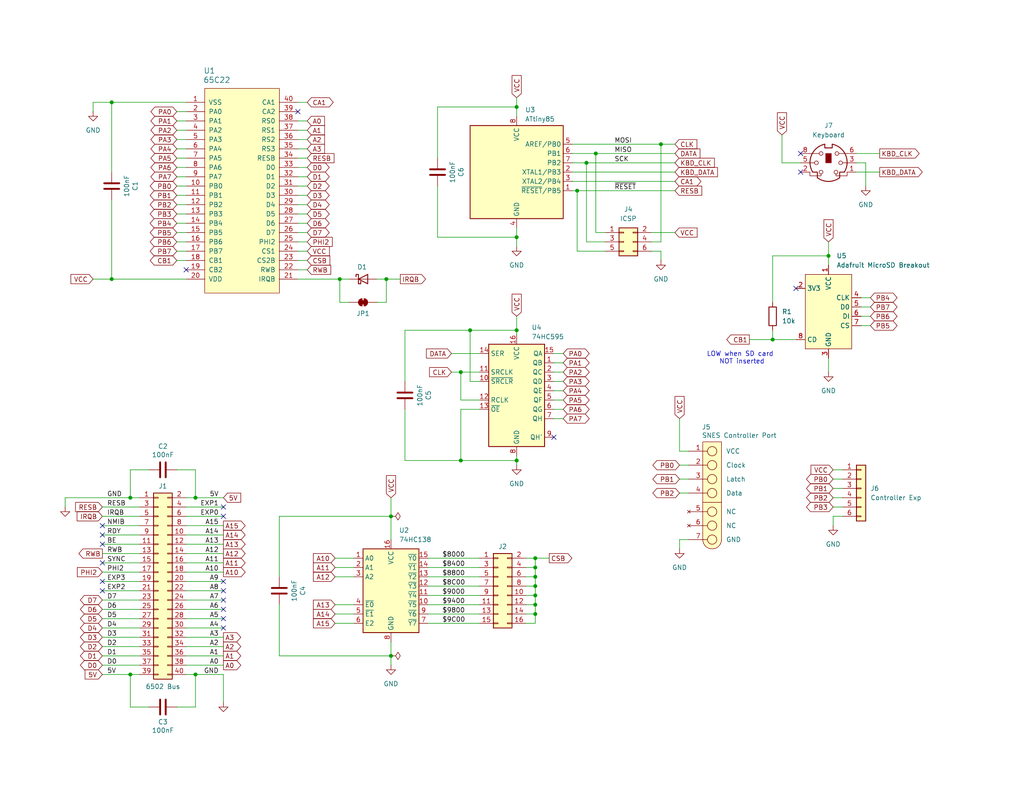
<source format=kicad_sch>
(kicad_sch (version 20231120) (generator "eeschema") (generator_version "8.0")
  (paper "USLetter")
  (title_block (title "6502 Input Board") (date "2024-06-16") (rev "1.0") (company "A.C. Wright Design"))
  (junction (at 146.05 162.56))
  (junction (at 140.97 90.17))
  (junction (at 162.56 41.91))
  (junction (at 53.34 135.89))
  (junction (at 30.48 76.2))
  (junction (at 157.48 52.07))
  (junction (at 106.68 179.07))
  (junction (at 146.05 152.4))
  (junction (at 180.34 39.37))
  (junction (at 146.05 157.48))
  (junction (at 30.48 27.94))
  (junction (at 146.05 167.64))
  (junction (at 146.05 160.02))
  (junction (at 160.02 44.45))
  (junction (at 105.41 76.2))
  (junction (at 140.97 125.73))
  (junction (at 125.73 125.73))
  (junction (at 35.56 135.89))
  (junction (at 140.97 64.77))
  (junction (at 146.05 154.94))
  (junction (at 226.06 69.85))
  (junction (at 125.73 101.6))
  (junction (at 92.71 76.2))
  (junction (at 35.56 184.15))
  (junction (at 210.82 92.71))
  (junction (at 140.97 29.21))
  (junction (at 106.68 140.97))
  (junction (at 53.34 184.15))
  (junction (at 128.27 90.17))
  (junction (at 146.05 165.1))
  (no_connect (at 27.94 146.05))
  (no_connect (at 27.94 143.51))
  (no_connect (at 50.8 73.66))
  (no_connect (at 60.96 158.75))
  (no_connect (at 60.96 171.45))
  (no_connect (at 27.94 161.29))
  (no_connect (at 60.96 138.43))
  (no_connect (at 60.96 166.37))
  (no_connect (at 60.96 140.97))
  (no_connect (at 81.28 30.48))
  (no_connect (at 218.44 46.99))
  (no_connect (at 27.94 153.67))
  (no_connect (at 60.96 163.83))
  (no_connect (at 60.96 161.29))
  (no_connect (at 218.44 41.91))
  (no_connect (at 151.13 119.38))
  (no_connect (at 27.94 158.75))
  (no_connect (at 60.96 168.91))
  (no_connect (at 27.94 148.59))
  (no_connect (at 217.17 78.74))
  (wire (pts (xy 50.8 143.51) (xy 60.96 143.51)))
  (wire (pts (xy 140.97 62.23) (xy 140.97 64.77)))
  (wire (pts (xy 81.28 63.5) (xy 83.82 63.5)))
  (wire (pts (xy 146.05 165.1) (xy 146.05 162.56)))
  (wire (pts (xy 156.21 41.91) (xy 162.56 41.91)))
  (wire (pts (xy 48.26 53.34) (xy 50.8 53.34)))
  (wire (pts (xy 81.28 35.56) (xy 83.82 35.56)))
  (wire (pts (xy 116.84 160.02) (xy 130.81 160.02)))
  (wire (pts (xy 38.1 153.67) (xy 27.94 153.67)))
  (wire (pts (xy 60.96 161.29) (xy 50.8 161.29)))
  (wire (pts (xy 116.84 154.94) (xy 130.81 154.94)))
  (wire (pts (xy 140.97 90.17) (xy 140.97 91.44)))
  (wire (pts (xy 81.28 71.12) (xy 83.82 71.12)))
  (wire (pts (xy 48.26 30.48) (xy 50.8 30.48)))
  (wire (pts (xy 76.2 179.07) (xy 106.68 179.07)))
  (wire (pts (xy 110.49 125.73) (xy 125.73 125.73)))
  (wire (pts (xy 143.51 152.4) (xy 146.05 152.4)))
  (wire (pts (xy 125.73 109.22) (xy 125.73 101.6)))
  (wire (pts (xy 180.34 68.58) (xy 180.34 71.12)))
  (wire (pts (xy 48.26 40.64) (xy 50.8 40.64)))
  (wire (pts (xy 81.28 55.88) (xy 83.82 55.88)))
  (wire (pts (xy 81.28 66.04) (xy 83.82 66.04)))
  (wire (pts (xy 92.71 82.55) (xy 95.25 82.55)))
  (wire (pts (xy 227.33 135.89) (xy 229.87 135.89)))
  (wire (pts (xy 60.96 151.13) (xy 50.8 151.13)))
  (wire (pts (xy 30.48 27.94) (xy 50.8 27.94)))
  (wire (pts (xy 146.05 160.02) (xy 146.05 157.48)))
  (wire (pts (xy 91.44 170.18) (xy 96.52 170.18)))
  (wire (pts (xy 234.95 88.9) (xy 237.49 88.9)))
  (wire (pts (xy 50.8 158.75) (xy 60.96 158.75)))
  (wire (pts (xy 48.26 68.58) (xy 50.8 68.58)))
  (wire (pts (xy 185.42 127) (xy 187.96 127)))
  (wire (pts (xy 146.05 154.94) (xy 143.51 154.94)))
  (wire (pts (xy 38.1 168.91) (xy 27.94 168.91)))
  (wire (pts (xy 38.1 148.59) (xy 27.94 148.59)))
  (wire (pts (xy 226.06 97.79) (xy 226.06 101.6)))
  (wire (pts (xy 38.1 158.75) (xy 27.94 158.75)))
  (wire (pts (xy 204.47 92.71) (xy 210.82 92.71)))
  (wire (pts (xy 156.21 46.99) (xy 184.15 46.99)))
  (wire (pts (xy 76.2 179.07) (xy 76.2 165.1)))
  (wire (pts (xy 160.02 66.04) (xy 165.1 66.04)))
  (wire (pts (xy 81.28 58.42) (xy 83.82 58.42)))
  (wire (pts (xy 50.8 184.15) (xy 53.34 184.15)))
  (wire (pts (xy 123.19 96.52) (xy 130.81 96.52)))
  (wire (pts (xy 81.28 60.96) (xy 83.82 60.96)))
  (wire (pts (xy 38.1 135.89) (xy 35.56 135.89)))
  (wire (pts (xy 128.27 104.14) (xy 128.27 90.17)))
  (wire (pts (xy 27.94 181.61) (xy 38.1 181.61)))
  (wire (pts (xy 48.26 35.56) (xy 50.8 35.56)))
  (wire (pts (xy 17.78 135.89) (xy 35.56 135.89)))
  (wire (pts (xy 110.49 90.17) (xy 128.27 90.17)))
  (wire (pts (xy 25.4 30.48) (xy 25.4 27.94)))
  (wire (pts (xy 27.94 156.21) (xy 38.1 156.21)))
  (wire (pts (xy 105.41 82.55) (xy 105.41 76.2)))
  (wire (pts (xy 119.38 64.77) (xy 140.97 64.77)))
  (wire (pts (xy 157.48 52.07) (xy 184.15 52.07)))
  (wire (pts (xy 17.78 138.43) (xy 17.78 135.89)))
  (wire (pts (xy 234.95 86.36) (xy 237.49 86.36)))
  (wire (pts (xy 140.97 124.46) (xy 140.97 125.73)))
  (wire (pts (xy 35.56 128.27) (xy 35.56 135.89)))
  (wire (pts (xy 146.05 157.48) (xy 146.05 154.94)))
  (wire (pts (xy 226.06 66.04) (xy 226.06 69.85)))
  (wire (pts (xy 50.8 168.91) (xy 60.96 168.91)))
  (wire (pts (xy 213.36 36.83) (xy 213.36 44.45)))
  (wire (pts (xy 151.13 104.14) (xy 153.67 104.14)))
  (wire (pts (xy 27.94 140.97) (xy 38.1 140.97)))
  (wire (pts (xy 116.84 152.4) (xy 130.81 152.4)))
  (wire (pts (xy 177.8 68.58) (xy 180.34 68.58)))
  (wire (pts (xy 50.8 138.43) (xy 60.96 138.43)))
  (wire (pts (xy 140.97 86.36) (xy 140.97 90.17)))
  (wire (pts (xy 35.56 184.15) (xy 35.56 193.04)))
  (wire (pts (xy 128.27 90.17) (xy 140.97 90.17)))
  (wire (pts (xy 234.95 81.28) (xy 237.49 81.28)))
  (wire (pts (xy 53.34 193.04) (xy 48.26 193.04)))
  (wire (pts (xy 119.38 29.21) (xy 140.97 29.21)))
  (wire (pts (xy 30.48 76.2) (xy 50.8 76.2)))
  (wire (pts (xy 81.28 48.26) (xy 83.82 48.26)))
  (wire (pts (xy 116.84 162.56) (xy 130.81 162.56)))
  (wire (pts (xy 38.1 184.15) (xy 35.56 184.15)))
  (wire (pts (xy 143.51 170.18) (xy 146.05 170.18)))
  (wire (pts (xy 146.05 167.64) (xy 143.51 167.64)))
  (wire (pts (xy 140.97 64.77) (xy 140.97 67.31)))
  (wire (pts (xy 185.42 114.3) (xy 185.42 123.19)))
  (wire (pts (xy 146.05 167.64) (xy 146.05 165.1)))
  (wire (pts (xy 38.1 163.83) (xy 27.94 163.83)))
  (wire (pts (xy 234.95 83.82) (xy 237.49 83.82)))
  (wire (pts (xy 48.26 48.26) (xy 50.8 48.26)))
  (wire (pts (xy 146.05 162.56) (xy 143.51 162.56)))
  (wire (pts (xy 227.33 138.43) (xy 229.87 138.43)))
  (wire (pts (xy 130.81 111.76) (xy 125.73 111.76)))
  (wire (pts (xy 48.26 58.42) (xy 50.8 58.42)))
  (wire (pts (xy 50.8 173.99) (xy 60.96 173.99)))
  (wire (pts (xy 48.26 33.02) (xy 50.8 33.02)))
  (wire (pts (xy 146.05 170.18) (xy 146.05 167.64)))
  (wire (pts (xy 151.13 114.3) (xy 153.67 114.3)))
  (wire (pts (xy 143.51 157.48) (xy 146.05 157.48)))
  (wire (pts (xy 210.82 69.85) (xy 226.06 69.85)))
  (wire (pts (xy 27.94 143.51) (xy 38.1 143.51)))
  (wire (pts (xy 91.44 167.64) (xy 96.52 167.64)))
  (wire (pts (xy 53.34 184.15) (xy 53.34 193.04)))
  (wire (pts (xy 27.94 176.53) (xy 38.1 176.53)))
  (wire (pts (xy 125.73 125.73) (xy 140.97 125.73)))
  (wire (pts (xy 125.73 111.76) (xy 125.73 125.73)))
  (wire (pts (xy 162.56 63.5) (xy 162.56 41.91)))
  (wire (pts (xy 60.96 181.61) (xy 50.8 181.61)))
  (wire (pts (xy 60.96 176.53) (xy 50.8 176.53)))
  (wire (pts (xy 102.87 82.55) (xy 105.41 82.55)))
  (wire (pts (xy 27.94 138.43) (xy 38.1 138.43)))
  (wire (pts (xy 27.94 146.05) (xy 38.1 146.05)))
  (wire (pts (xy 106.68 179.07) (xy 106.68 181.61)))
  (wire (pts (xy 157.48 68.58) (xy 157.48 52.07)))
  (wire (pts (xy 156.21 52.07) (xy 157.48 52.07)))
  (wire (pts (xy 185.42 123.19) (xy 187.96 123.19)))
  (wire (pts (xy 110.49 104.14) (xy 110.49 90.17)))
  (wire (pts (xy 27.94 171.45) (xy 38.1 171.45)))
  (wire (pts (xy 38.1 173.99) (xy 27.94 173.99)))
  (wire (pts (xy 30.48 27.94) (xy 30.48 46.99)))
  (wire (pts (xy 146.05 160.02) (xy 143.51 160.02)))
  (wire (pts (xy 48.26 45.72) (xy 50.8 45.72)))
  (wire (pts (xy 233.68 44.45) (xy 236.22 44.45)))
  (wire (pts (xy 106.68 140.97) (xy 106.68 135.89)))
  (wire (pts (xy 110.49 111.76) (xy 110.49 125.73)))
  (wire (pts (xy 105.41 76.2) (xy 109.22 76.2)))
  (wire (pts (xy 27.94 184.15) (xy 35.56 184.15)))
  (wire (pts (xy 106.68 175.26) (xy 106.68 179.07)))
  (wire (pts (xy 60.96 135.89) (xy 53.34 135.89)))
  (wire (pts (xy 25.4 27.94) (xy 30.48 27.94)))
  (wire (pts (xy 60.96 156.21) (xy 50.8 156.21)))
  (wire (pts (xy 140.97 26.67) (xy 140.97 29.21)))
  (wire (pts (xy 116.84 170.18) (xy 130.81 170.18)))
  (wire (pts (xy 76.2 140.97) (xy 76.2 157.48)))
  (wire (pts (xy 185.42 134.62) (xy 187.96 134.62)))
  (wire (pts (xy 146.05 154.94) (xy 146.05 152.4)))
  (wire (pts (xy 38.1 179.07) (xy 27.94 179.07)))
  (wire (pts (xy 233.68 46.99) (xy 240.03 46.99)))
  (wire (pts (xy 187.96 147.32) (xy 185.42 147.32)))
  (wire (pts (xy 60.96 146.05) (xy 50.8 146.05)))
  (wire (pts (xy 156.21 49.53) (xy 184.15 49.53)))
  (wire (pts (xy 140.97 125.73) (xy 140.97 127)))
  (wire (pts (xy 210.82 82.55) (xy 210.82 69.85)))
  (wire (pts (xy 151.13 99.06) (xy 153.67 99.06)))
  (wire (pts (xy 27.94 151.13) (xy 38.1 151.13)))
  (wire (pts (xy 30.48 54.61) (xy 30.48 76.2)))
  (wire (pts (xy 217.17 92.71) (xy 210.82 92.71)))
  (wire (pts (xy 91.44 154.94) (xy 96.52 154.94)))
  (wire (pts (xy 81.28 33.02) (xy 83.82 33.02)))
  (wire (pts (xy 50.8 179.07) (xy 60.96 179.07)))
  (wire (pts (xy 53.34 184.15) (xy 60.96 184.15)))
  (wire (pts (xy 81.28 43.18) (xy 83.82 43.18)))
  (wire (pts (xy 60.96 166.37) (xy 50.8 166.37)))
  (wire (pts (xy 81.28 68.58) (xy 83.82 68.58)))
  (wire (pts (xy 130.81 104.14) (xy 128.27 104.14)))
  (wire (pts (xy 156.21 39.37) (xy 180.34 39.37)))
  (wire (pts (xy 140.97 29.21) (xy 140.97 31.75)))
  (wire (pts (xy 53.34 128.27) (xy 53.34 135.89)))
  (wire (pts (xy 165.1 68.58) (xy 157.48 68.58)))
  (wire (pts (xy 48.26 63.5) (xy 50.8 63.5)))
  (wire (pts (xy 48.26 71.12) (xy 50.8 71.12)))
  (wire (pts (xy 60.96 184.15) (xy 60.96 191.77)))
  (wire (pts (xy 81.28 50.8) (xy 83.82 50.8)))
  (wire (pts (xy 50.8 163.83) (xy 60.96 163.83)))
  (wire (pts (xy 35.56 128.27) (xy 40.64 128.27)))
  (wire (pts (xy 106.68 140.97) (xy 106.68 147.32)))
  (wire (pts (xy 81.28 45.72) (xy 83.82 45.72)))
  (wire (pts (xy 119.38 50.8) (xy 119.38 64.77)))
  (wire (pts (xy 48.26 60.96) (xy 50.8 60.96)))
  (wire (pts (xy 151.13 111.76) (xy 153.67 111.76)))
  (wire (pts (xy 25.4 76.2) (xy 30.48 76.2)))
  (wire (pts (xy 81.28 40.64) (xy 83.82 40.64)))
  (wire (pts (xy 91.44 165.1) (xy 96.52 165.1)))
  (wire (pts (xy 60.96 140.97) (xy 50.8 140.97)))
  (wire (pts (xy 92.71 76.2) (xy 92.71 82.55)))
  (wire (pts (xy 53.34 135.89) (xy 50.8 135.89)))
  (wire (pts (xy 35.56 193.04) (xy 40.64 193.04)))
  (wire (pts (xy 233.68 41.91) (xy 240.03 41.91)))
  (wire (pts (xy 227.33 130.81) (xy 229.87 130.81)))
  (wire (pts (xy 229.87 140.97) (xy 227.33 140.97)))
  (wire (pts (xy 210.82 92.71) (xy 210.82 90.17)))
  (wire (pts (xy 227.33 140.97) (xy 227.33 143.51)))
  (wire (pts (xy 162.56 41.91) (xy 184.15 41.91)))
  (wire (pts (xy 48.26 50.8) (xy 50.8 50.8)))
  (wire (pts (xy 227.33 133.35) (xy 229.87 133.35)))
  (wire (pts (xy 81.28 27.94) (xy 83.82 27.94)))
  (wire (pts (xy 151.13 96.52) (xy 153.67 96.52)))
  (wire (pts (xy 48.26 55.88) (xy 50.8 55.88)))
  (wire (pts (xy 48.26 43.18) (xy 50.8 43.18)))
  (wire (pts (xy 123.19 101.6) (xy 125.73 101.6)))
  (wire (pts (xy 165.1 63.5) (xy 162.56 63.5)))
  (wire (pts (xy 105.41 76.2) (xy 102.87 76.2)))
  (wire (pts (xy 146.05 165.1) (xy 143.51 165.1)))
  (wire (pts (xy 125.73 101.6) (xy 130.81 101.6)))
  (wire (pts (xy 50.8 153.67) (xy 60.96 153.67)))
  (wire (pts (xy 92.71 76.2) (xy 95.25 76.2)))
  (wire (pts (xy 91.44 152.4) (xy 96.52 152.4)))
  (wire (pts (xy 146.05 152.4) (xy 149.86 152.4)))
  (wire (pts (xy 81.28 53.34) (xy 83.82 53.34)))
  (wire (pts (xy 160.02 66.04) (xy 160.02 44.45)))
  (wire (pts (xy 177.8 63.5) (xy 184.15 63.5)))
  (wire (pts (xy 177.8 66.04) (xy 180.34 66.04)))
  (wire (pts (xy 185.42 130.81) (xy 187.96 130.81)))
  (wire (pts (xy 116.84 165.1) (xy 130.81 165.1)))
  (wire (pts (xy 48.26 66.04) (xy 50.8 66.04)))
  (wire (pts (xy 60.96 171.45) (xy 50.8 171.45)))
  (wire (pts (xy 81.28 76.2) (xy 92.71 76.2)))
  (wire (pts (xy 119.38 43.18) (xy 119.38 29.21)))
  (wire (pts (xy 106.68 140.97) (xy 76.2 140.97)))
  (wire (pts (xy 27.94 161.29) (xy 38.1 161.29)))
  (wire (pts (xy 160.02 44.45) (xy 184.15 44.45)))
  (wire (pts (xy 116.84 167.64) (xy 130.81 167.64)))
  (wire (pts (xy 180.34 66.04) (xy 180.34 39.37)))
  (wire (pts (xy 48.26 128.27) (xy 53.34 128.27)))
  (wire (pts (xy 151.13 109.22) (xy 153.67 109.22)))
  (wire (pts (xy 180.34 39.37) (xy 184.15 39.37)))
  (wire (pts (xy 116.84 157.48) (xy 130.81 157.48)))
  (wire (pts (xy 151.13 101.6) (xy 153.67 101.6)))
  (wire (pts (xy 156.21 44.45) (xy 160.02 44.45)))
  (wire (pts (xy 50.8 148.59) (xy 60.96 148.59)))
  (wire (pts (xy 227.33 128.27) (xy 229.87 128.27)))
  (wire (pts (xy 146.05 162.56) (xy 146.05 160.02)))
  (wire (pts (xy 81.28 38.1) (xy 83.82 38.1)))
  (wire (pts (xy 213.36 44.45) (xy 218.44 44.45)))
  (wire (pts (xy 81.28 73.66) (xy 83.82 73.66)))
  (wire (pts (xy 185.42 147.32) (xy 185.42 149.86)))
  (wire (pts (xy 48.26 38.1) (xy 50.8 38.1)))
  (wire (pts (xy 226.06 69.85) (xy 226.06 72.39)))
  (wire (pts (xy 130.81 109.22) (xy 125.73 109.22)))
  (wire (pts (xy 151.13 106.68) (xy 153.67 106.68)))
  (wire (pts (xy 27.94 166.37) (xy 38.1 166.37)))
  (wire (pts (xy 91.44 157.48) (xy 96.52 157.48)))
  (wire (pts (xy 236.22 44.45) (xy 236.22 50.8)))
  (text "LOW when SD card \nNOT inserted" (at 202.438 97.79 0) (effects (font (size 1.27 1.27))))
  (label "BE" (at 29.21 148.59 0))
  (label "A15" (at 59.69 143.51 180))
  (label "~{RESET}" (at 167.64 52.07 0))
  (label "EXP1" (at 59.69 138.43 180))
  (label "A4" (at 59.69 171.45 180))
  (label "SCK" (at 167.64 44.45 0))
  (label "D4" (at 29.21 171.45 0))
  (label "RESB" (at 29.21 138.43 0))
  (label "$8000" (at 120.65 152.4 0))
  (label "A0" (at 59.69 181.61 180))
  (label "EXP3" (at 29.21 158.75 0))
  (label "PHI2" (at 29.21 156.21 0))
  (label "EXP2" (at 29.21 161.29 0))
  (label "RDY" (at 29.21 146.05 0))
  (label "MOSI" (at 167.64 39.37 0))
  (label "A9" (at 59.69 158.75 180))
  (label "A14" (at 59.69 146.05 180))
  (label "IRQB" (at 29.21 140.97 0))
  (label "D7" (at 29.21 163.83 0))
  (label "A1" (at 59.69 179.07 180))
  (label "A3" (at 59.69 173.99 180))
  (label "$9400" (at 120.65 165.1 0))
  (label "5V" (at 29.21 184.15 0))
  (label "A6" (at 59.69 166.37 180))
  (label "$8800" (at 120.65 157.48 0))
  (label "D1" (at 29.21 179.07 0))
  (label "SYNC" (at 29.21 153.67 0))
  (label "D0" (at 29.21 181.61 0))
  (label "A12" (at 59.69 151.13 180))
  (label "A2" (at 59.69 176.53 180))
  (label "A13" (at 59.69 148.59 180))
  (label "A11" (at 59.69 153.67 180))
  (label "D3" (at 29.21 173.99 0))
  (label "$9C00" (at 120.65 170.18 0))
  (label "NMIB" (at 29.21 143.51 0))
  (label "A10" (at 59.69 156.21 180))
  (label "A7" (at 59.69 163.83 180))
  (label "$8C00" (at 120.65 160.02 0))
  (label "$8400" (at 120.65 154.94 0))
  (label "5V" (at 59.69 135.89 180))
  (label "GND" (at 29.21 135.89 0))
  (label "GND" (at 59.69 184.15 180))
  (label "$9800" (at 120.65 167.64 0))
  (label "$9000" (at 120.65 162.56 0))
  (label "A5" (at 59.69 168.91 180))
  (label "RWB" (at 29.21 151.13 0))
  (label "EXP0" (at 59.69 140.97 180))
  (label "D2" (at 29.21 176.53 0))
  (label "MISO" (at 167.64 41.91 0))
  (label "D6" (at 29.21 166.37 0))
  (label "A8" (at 59.69 161.29 180))
  (label "D5" (at 29.21 168.91 0))
  (global_label "PB6" (shape bidirectional) (at 237.49 86.36 0) (property "Intersheetrefs" "${INTERSHEET_REFS}" (effects (hide yes))))
  (global_label "A10" (shape output) (at 60.96 156.21 0) (property "Intersheetrefs" "${INTERSHEET_REFS}" (effects (hide yes))))
  (global_label "A11" (shape output) (at 60.96 153.67 0) (property "Intersheetrefs" "${INTERSHEET_REFS}" (effects (hide yes))))
  (global_label "RESB" (shape input) (at 184.15 52.07 0) (property "Intersheetrefs" "${INTERSHEET_REFS}" (effects (hide yes))))
  (global_label "A12" (shape output) (at 60.96 151.13 0) (property "Intersheetrefs" "${INTERSHEET_REFS}" (effects (hide yes))))
  (global_label "A13" (shape output) (at 60.96 148.59 0) (property "Intersheetrefs" "${INTERSHEET_REFS}" (effects (hide yes))))
  (global_label "CLK" (shape input) (at 123.19 101.6 180) (property "Intersheetrefs" "${INTERSHEET_REFS}" (effects (hide yes))))
  (global_label "A13" (shape input) (at 91.44 165.1 180) (property "Intersheetrefs" "${INTERSHEET_REFS}" (effects (hide yes))))
  (global_label "A11" (shape input) (at 91.44 154.94 180) (property "Intersheetrefs" "${INTERSHEET_REFS}" (effects (hide yes))))
  (global_label "KBD_DATA" (shape input) (at 184.15 46.99 0) (property "Intersheetrefs" "${INTERSHEET_REFS}" (effects (hide yes))))
  (global_label "PB7" (shape bidirectional) (at 237.49 83.82 0) (property "Intersheetrefs" "${INTERSHEET_REFS}" (effects (hide yes))))
  (global_label "D5" (shape bidirectional) (at 27.94 168.91 180) (property "Intersheetrefs" "${INTERSHEET_REFS}" (effects (hide yes))))
  (global_label "PA2" (shape bidirectional) (at 153.67 101.6 0) (property "Intersheetrefs" "${INTERSHEET_REFS}" (effects (hide yes))))
  (global_label "A15" (shape input) (at 91.44 170.18 180) (property "Intersheetrefs" "${INTERSHEET_REFS}" (effects (hide yes))))
  (global_label "A10" (shape input) (at 91.44 152.4 180) (property "Intersheetrefs" "${INTERSHEET_REFS}" (effects (hide yes))))
  (global_label "PB3" (shape bidirectional) (at 227.33 138.43 180) (property "Intersheetrefs" "${INTERSHEET_REFS}" (effects (hide yes))))
  (global_label "A1" (shape input) (at 83.82 35.56 0) (property "Intersheetrefs" "${INTERSHEET_REFS}" (effects (hide yes))))
  (global_label "PA0" (shape bidirectional) (at 153.67 96.52 0) (property "Intersheetrefs" "${INTERSHEET_REFS}" (effects (hide yes))))
  (global_label "PHI2" (shape input) (at 27.94 156.21 180) (property "Intersheetrefs" "${INTERSHEET_REFS}" (effects (hide yes))))
  (global_label "PA7" (shape bidirectional) (at 48.26 48.26 180) (property "Intersheetrefs" "${INTERSHEET_REFS}" (effects (hide yes))))
  (global_label "PB2" (shape bidirectional) (at 185.42 134.62 180) (property "Intersheetrefs" "${INTERSHEET_REFS}" (effects (hide yes))))
  (global_label "A14" (shape input) (at 91.44 167.64 180) (property "Intersheetrefs" "${INTERSHEET_REFS}" (effects (hide yes))))
  (global_label "PA2" (shape bidirectional) (at 48.26 35.56 180) (property "Intersheetrefs" "${INTERSHEET_REFS}" (effects (hide yes))))
  (global_label "RESB" (shape input) (at 27.94 138.43 180) (property "Intersheetrefs" "${INTERSHEET_REFS}" (effects (hide yes))))
  (global_label "A0" (shape input) (at 83.82 33.02 0) (property "Intersheetrefs" "${INTERSHEET_REFS}" (effects (hide yes))))
  (global_label "PB5" (shape bidirectional) (at 237.49 88.9 0) (property "Intersheetrefs" "${INTERSHEET_REFS}" (effects (hide yes))))
  (global_label "PA3" (shape bidirectional) (at 48.26 38.1 180) (property "Intersheetrefs" "${INTERSHEET_REFS}" (effects (hide yes))))
  (global_label "PB4" (shape bidirectional) (at 48.26 60.96 180) (property "Intersheetrefs" "${INTERSHEET_REFS}" (effects (hide yes))))
  (global_label "D3" (shape bidirectional) (at 27.94 173.99 180) (property "Intersheetrefs" "${INTERSHEET_REFS}" (effects (hide yes))))
  (global_label "CLK" (shape input) (at 184.15 39.37 0) (property "Intersheetrefs" "${INTERSHEET_REFS}" (effects (hide yes))))
  (global_label "D2" (shape bidirectional) (at 83.82 50.8 0) (property "Intersheetrefs" "${INTERSHEET_REFS}" (effects (hide yes))))
  (global_label "PB1" (shape bidirectional) (at 48.26 53.34 180) (property "Intersheetrefs" "${INTERSHEET_REFS}" (effects (hide yes))))
  (global_label "PA6" (shape bidirectional) (at 153.67 111.76 0) (property "Intersheetrefs" "${INTERSHEET_REFS}" (effects (hide yes))))
  (global_label "A1" (shape output) (at 60.96 179.07 0) (property "Intersheetrefs" "${INTERSHEET_REFS}" (effects (hide yes))))
  (global_label "RESB" (shape input) (at 83.82 43.18 0) (property "Intersheetrefs" "${INTERSHEET_REFS}" (effects (hide yes))))
  (global_label "CA1" (shape bidirectional) (at 184.15 49.53 0) (property "Intersheetrefs" "${INTERSHEET_REFS}" (effects (hide yes))))
  (global_label "D4" (shape bidirectional) (at 27.94 171.45 180) (property "Intersheetrefs" "${INTERSHEET_REFS}" (effects (hide yes))))
  (global_label "5V" (shape input) (at 60.96 135.89 0) (property "Intersheetrefs" "${INTERSHEET_REFS}" (effects (hide yes))))
  (global_label "A3" (shape input) (at 83.82 40.64 0) (property "Intersheetrefs" "${INTERSHEET_REFS}" (effects (hide yes))))
  (global_label "VCC" (shape input) (at 184.15 63.5 0) (property "Intersheetrefs" "${INTERSHEET_REFS}" (effects (hide yes))))
  (global_label "VCC" (shape input) (at 226.06 66.04 90) (property "Intersheetrefs" "${INTERSHEET_REFS}" (effects (hide yes))))
  (global_label "PA4" (shape bidirectional) (at 48.26 40.64 180) (property "Intersheetrefs" "${INTERSHEET_REFS}" (effects (hide yes))))
  (global_label "PB2" (shape bidirectional) (at 227.33 135.89 180) (property "Intersheetrefs" "${INTERSHEET_REFS}" (effects (hide yes))))
  (global_label "RWB" (shape output) (at 27.94 151.13 180) (property "Intersheetrefs" "${INTERSHEET_REFS}" (effects (hide yes))))
  (global_label "D1" (shape bidirectional) (at 27.94 179.07 180) (property "Intersheetrefs" "${INTERSHEET_REFS}" (effects (hide yes))))
  (global_label "VCC" (shape input) (at 213.36 36.83 90) (property "Intersheetrefs" "${INTERSHEET_REFS}" (effects (hide yes))))
  (global_label "PB4" (shape bidirectional) (at 237.49 81.28 0) (property "Intersheetrefs" "${INTERSHEET_REFS}" (effects (hide yes))))
  (global_label "CSB" (shape output) (at 149.86 152.4 0) (property "Intersheetrefs" "${INTERSHEET_REFS}" (effects (hide yes))))
  (global_label "PB2" (shape bidirectional) (at 48.26 55.88 180) (property "Intersheetrefs" "${INTERSHEET_REFS}" (effects (hide yes))))
  (global_label "A14" (shape output) (at 60.96 146.05 0) (property "Intersheetrefs" "${INTERSHEET_REFS}" (effects (hide yes))))
  (global_label "PB1" (shape bidirectional) (at 227.33 133.35 180) (property "Intersheetrefs" "${INTERSHEET_REFS}" (effects (hide yes))))
  (global_label "PB0" (shape bidirectional) (at 185.42 127 180) (property "Intersheetrefs" "${INTERSHEET_REFS}" (effects (hide yes))))
  (global_label "CSB" (shape input) (at 83.82 71.12 0) (property "Intersheetrefs" "${INTERSHEET_REFS}" (effects (hide yes))))
  (global_label "VCC" (shape input) (at 140.97 86.36 90) (property "Intersheetrefs" "${INTERSHEET_REFS}" (effects (hide yes))))
  (global_label "KBD_CLK" (shape output) (at 240.03 41.91 0) (property "Intersheetrefs" "${INTERSHEET_REFS}" (effects (hide yes))))
  (global_label "DATA" (shape input) (at 184.15 41.91 0) (property "Intersheetrefs" "${INTERSHEET_REFS}" (effects (hide yes))))
  (global_label "A15" (shape output) (at 60.96 143.51 0) (property "Intersheetrefs" "${INTERSHEET_REFS}" (effects (hide yes))))
  (global_label "PA0" (shape bidirectional) (at 48.26 30.48 180) (property "Intersheetrefs" "${INTERSHEET_REFS}" (effects (hide yes))))
  (global_label "PB7" (shape bidirectional) (at 48.26 68.58 180) (property "Intersheetrefs" "${INTERSHEET_REFS}" (effects (hide yes))))
  (global_label "PB1" (shape bidirectional) (at 185.42 130.81 180) (property "Intersheetrefs" "${INTERSHEET_REFS}" (effects (hide yes))))
  (global_label "A2" (shape input) (at 83.82 38.1 0) (property "Intersheetrefs" "${INTERSHEET_REFS}" (effects (hide yes))))
  (global_label "D6" (shape bidirectional) (at 27.94 166.37 180) (property "Intersheetrefs" "${INTERSHEET_REFS}" (effects (hide yes))))
  (global_label "PA7" (shape bidirectional) (at 153.67 114.3 0) (property "Intersheetrefs" "${INTERSHEET_REFS}" (effects (hide yes))))
  (global_label "PB5" (shape bidirectional) (at 48.26 63.5 180) (property "Intersheetrefs" "${INTERSHEET_REFS}" (effects (hide yes))))
  (global_label "PB0" (shape bidirectional) (at 227.33 130.81 180) (property "Intersheetrefs" "${INTERSHEET_REFS}" (effects (hide yes))))
  (global_label "DATA" (shape input) (at 123.19 96.52 180) (property "Intersheetrefs" "${INTERSHEET_REFS}" (effects (hide yes))))
  (global_label "D1" (shape bidirectional) (at 83.82 48.26 0) (property "Intersheetrefs" "${INTERSHEET_REFS}" (effects (hide yes))))
  (global_label "A0" (shape output) (at 60.96 181.61 0) (property "Intersheetrefs" "${INTERSHEET_REFS}" (effects (hide yes))))
  (global_label "IRQB" (shape output) (at 109.22 76.2 0) (property "Intersheetrefs" "${INTERSHEET_REFS}" (effects (hide yes))))
  (global_label "D5" (shape bidirectional) (at 83.82 58.42 0) (property "Intersheetrefs" "${INTERSHEET_REFS}" (effects (hide yes))))
  (global_label "VCC" (shape input) (at 227.33 128.27 180) (property "Intersheetrefs" "${INTERSHEET_REFS}" (effects (hide yes))))
  (global_label "PB3" (shape bidirectional) (at 48.26 58.42 180) (property "Intersheetrefs" "${INTERSHEET_REFS}" (effects (hide yes))))
  (global_label "CB1" (shape output) (at 204.47 92.71 180) (property "Intersheetrefs" "${INTERSHEET_REFS}" (effects (hide yes))))
  (global_label "D2" (shape bidirectional) (at 27.94 176.53 180) (property "Intersheetrefs" "${INTERSHEET_REFS}" (effects (hide yes))))
  (global_label "D7" (shape bidirectional) (at 27.94 163.83 180) (property "Intersheetrefs" "${INTERSHEET_REFS}" (effects (hide yes))))
  (global_label "A3" (shape output) (at 60.96 173.99 0) (property "Intersheetrefs" "${INTERSHEET_REFS}" (effects (hide yes))))
  (global_label "KBD_DATA" (shape output) (at 240.03 46.99 0) (property "Intersheetrefs" "${INTERSHEET_REFS}" (effects (hide yes))))
  (global_label "D7" (shape bidirectional) (at 83.82 63.5 0) (property "Intersheetrefs" "${INTERSHEET_REFS}" (effects (hide yes))))
  (global_label "PA1" (shape bidirectional) (at 48.26 33.02 180) (property "Intersheetrefs" "${INTERSHEET_REFS}" (effects (hide yes))))
  (global_label "A12" (shape input) (at 91.44 157.48 180) (property "Intersheetrefs" "${INTERSHEET_REFS}" (effects (hide yes))))
  (global_label "D0" (shape bidirectional) (at 83.82 45.72 0) (property "Intersheetrefs" "${INTERSHEET_REFS}" (effects (hide yes))))
  (global_label "PA1" (shape bidirectional) (at 153.67 99.06 0) (property "Intersheetrefs" "${INTERSHEET_REFS}" (effects (hide yes))))
  (global_label "PA5" (shape bidirectional) (at 153.67 109.22 0) (property "Intersheetrefs" "${INTERSHEET_REFS}" (effects (hide yes))))
  (global_label "VCC" (shape input) (at 106.68 135.89 90) (property "Intersheetrefs" "${INTERSHEET_REFS}" (effects (hide yes))))
  (global_label "VCC" (shape input) (at 185.42 114.3 90) (property "Intersheetrefs" "${INTERSHEET_REFS}" (effects (hide yes))))
  (global_label "A2" (shape output) (at 60.96 176.53 0) (property "Intersheetrefs" "${INTERSHEET_REFS}" (effects (hide yes))))
  (global_label "D3" (shape bidirectional) (at 83.82 53.34 0) (property "Intersheetrefs" "${INTERSHEET_REFS}" (effects (hide yes))))
  (global_label "PA4" (shape bidirectional) (at 153.67 106.68 0) (property "Intersheetrefs" "${INTERSHEET_REFS}" (effects (hide yes))))
  (global_label "IRQB" (shape input) (at 27.94 140.97 180) (property "Intersheetrefs" "${INTERSHEET_REFS}" (effects (hide yes))))
  (global_label "KBD_CLK" (shape input) (at 184.15 44.45 0) (property "Intersheetrefs" "${INTERSHEET_REFS}" (effects (hide yes))))
  (global_label "PHI2" (shape input) (at 83.82 66.04 0) (property "Intersheetrefs" "${INTERSHEET_REFS}" (effects (hide yes))))
  (global_label "PA3" (shape bidirectional) (at 153.67 104.14 0) (property "Intersheetrefs" "${INTERSHEET_REFS}" (effects (hide yes))))
  (global_label "VCC" (shape input) (at 25.4 76.2 180) (property "Intersheetrefs" "${INTERSHEET_REFS}" (effects (hide yes))))
  (global_label "RWB" (shape input) (at 83.82 73.66 0) (property "Intersheetrefs" "${INTERSHEET_REFS}" (effects (hide yes))))
  (global_label "VCC" (shape input) (at 83.82 68.58 0) (property "Intersheetrefs" "${INTERSHEET_REFS}" (effects (hide yes))))
  (global_label "D6" (shape bidirectional) (at 83.82 60.96 0) (property "Intersheetrefs" "${INTERSHEET_REFS}" (effects (hide yes))))
  (global_label "PB0" (shape bidirectional) (at 48.26 50.8 180) (property "Intersheetrefs" "${INTERSHEET_REFS}" (effects (hide yes))))
  (global_label "PA6" (shape bidirectional) (at 48.26 45.72 180) (property "Intersheetrefs" "${INTERSHEET_REFS}" (effects (hide yes))))
  (global_label "CA1" (shape bidirectional) (at 83.82 27.94 0) (property "Intersheetrefs" "${INTERSHEET_REFS}" (effects (hide yes))))
  (global_label "PA5" (shape bidirectional) (at 48.26 43.18 180) (property "Intersheetrefs" "${INTERSHEET_REFS}" (effects (hide yes))))
  (global_label "D4" (shape bidirectional) (at 83.82 55.88 0) (property "Intersheetrefs" "${INTERSHEET_REFS}" (effects (hide yes))))
  (global_label "PB6" (shape bidirectional) (at 48.26 66.04 180) (property "Intersheetrefs" "${INTERSHEET_REFS}" (effects (hide yes))))
  (global_label "5V" (shape input) (at 27.94 184.15 180) (property "Intersheetrefs" "${INTERSHEET_REFS}" (effects (hide yes))))
  (global_label "D0" (shape bidirectional) (at 27.94 181.61 180) (property "Intersheetrefs" "${INTERSHEET_REFS}" (effects (hide yes))))
  (global_label "CB1" (shape bidirectional) (at 48.26 71.12 180) (property "Intersheetrefs" "${INTERSHEET_REFS}" (effects (hide yes))))
  (global_label "VCC" (shape input) (at 140.97 26.67 90) (property "Intersheetrefs" "${INTERSHEET_REFS}" (effects (hide yes))))
  (symbol (lib_id "6502 Parts:KMDGX-6S-BS") (at 226.06 44.45 0) (unit 1) (in_bom no)
    (property "Reference" "J7" (at 226.0777 34.29 0))
    (property "Value" "Keyboard" (at 226.0777 36.83 0))
    (property "Footprint" "6502 Parts:KMDGX-6S-BS" (effects (hide yes)))
    (property "Datasheet" "http://service.powerdynamics.com/ec/Catalog17/Section%2011.pdf" (effects (hide yes)))
    (property "Description" "6-pin Mini-DIN connector" (effects (hide yes)))
  )
  (symbol (lib_id "Connector_Generic:Conn_02x08_Odd_Even") (at 135.89 160.02 0) (unit 1) (in_bom no)
    (property "Reference" "J2" (at 137.16 149.225 0))
    (property "Value" "Conn_02x08_Odd_Even" (effects (hide yes)))
    (property "Footprint" "Connector_PinHeader_2.54mm:PinHeader_2x08_P2.54mm_Vertical" (effects (hide yes)))
  )
  (symbol (lib_id "Device:D_Schottky") (at 99.06 76.2 0) (unit 1) (in_bom no)
    (property "Reference" "D1" (at 98.806 72.898 0))
    (property "Value" "D_Schottky" (effects (hide yes)))
    (property "Footprint" "Diode_THT:D_DO-35_SOD27_P7.62mm_Horizontal" (effects (hide yes)))
    (property "Description" "Schottky diode" (effects (hide yes)))
  )
  (symbol (lib_id "74xx:74HC595") (at 140.97 106.68 0) (unit 1)
    (property "Reference" "U4" (at 145.034 89.408 0) (effects (justify left)))
    (property "Value" "74HC595" (at 145.034 91.948 0) (effects (justify left)))
    (property "Footprint" "Package_SO:SOIC-16_3.9x9.9mm_P1.27mm" (effects (hide yes)))
    (property "Datasheet" "http://www.ti.com/lit/ds/symlink/sn74hc595.pdf" (effects (hide yes)))
    (property "Description" "8-bit serial in/out Shift Register 3-State Outputs" (effects (hide yes)))
    (property "LCSC" "C5947" (effects (hide yes)))
  )
  (symbol (lib_id "power:GND") (at 227.33 143.51 0) (unit 1)
    (property "Reference" "#PWR09" (effects (hide yes)))
    (property "Value" "GND" (at 227.33 148.59 0))
    (property "Description" "Power symbol creates a global label with name \"GND\" , ground" (effects (hide yes)))
  )
  (symbol (lib_id "74xx:74HC138") (at 106.68 162.56 0) (unit 1)
    (property "Reference" "U2" (at 108.8741 144.78 0) (effects (justify left)))
    (property "Value" "74HC138" (at 108.8741 147.32 0) (effects (justify left)))
    (property "Footprint" "Package_SO:SOIC-16_3.9x9.9mm_P1.27mm" (effects (hide yes)))
    (property "Datasheet" "http://www.ti.com/lit/ds/symlink/cd74hc238.pdf" (effects (hide yes)))
    (property "Description" "3-to-8 line decoder/multiplexer inverting, DIP-16/SOIC-16/SSOP-16" (effects (hide yes)))
    (property "LCSC" "C5602" (effects (hide yes)))
  )
  (symbol (lib_id "6502 Parts:Adafruit MicroSD Breakout") (at 226.06 85.09 0) (unit 1) (in_bom no)
    (property "Reference" "U5" (at 228.2541 69.85 0) (effects (justify left)))
    (property "Value" "Adafruit MicroSD Breakout" (at 228.2541 72.39 0) (effects (justify left)))
    (property "Footprint" "6502 Parts:Adafruit MicroSD Breakout" (effects (hide yes)))
    (property "Datasheet" "https://learn.adafruit.com/adafruit-micro-sd-breakout-board-card-tutorial/download" (effects (hide yes)))
  )
  (symbol (lib_id "Device:C") (at 30.48 50.8 0) (unit 1)
    (property "Reference" "C1" (at 36.8808 50.8 90))
    (property "Value" "100nF" (at 34.5694 50.8 90))
    (property "Footprint" "Capacitor_SMD:C_0805_2012Metric" (effects (hide yes)))
    (property "LCSC" "C49678" (effects (hide yes)))
  )
  (symbol (lib_id "power:GND") (at 226.06 101.6 0) (unit 1)
    (property "Reference" "#PWR010" (effects (hide yes)))
    (property "Value" "GND" (at 226.06 106.68 0))
    (property "Description" "Power symbol creates a global label with name \"GND\" , ground" (effects (hide yes)))
  )
  (symbol (lib_id "Connector_Generic:Conn_01x06") (at 234.95 133.35 0) (unit 1) (in_bom no)
    (property "Reference" "J6" (at 237.49 133.3499 0) (effects (justify left)))
    (property "Value" "Controller Exp" (at 237.49 135.8899 0) (effects (justify left)))
    (property "Footprint" "Connector_PinHeader_2.54mm:PinHeader_1x06_P2.54mm_Horizontal" (effects (hide yes)))
    (property "Description" "Generic connector, single row, 01x06, script generated (kicad-library-utils/schlib/autogen/connector/)" (effects (hide yes)))
  )
  (symbol (lib_id "Device:C") (at 110.49 107.95 0) (unit 1)
    (property "Reference" "C5" (at 116.8908 107.95 90))
    (property "Value" "100nF" (at 114.5794 107.95 90))
    (property "Footprint" "Capacitor_SMD:C_0805_2012Metric" (effects (hide yes)))
    (property "LCSC" "C49678" (effects (hide yes)))
  )
  (symbol (lib_id "Device:C") (at 76.2 161.29 0) (unit 1)
    (property "Reference" "C4" (at 82.6008 161.29 90))
    (property "Value" "100nF" (at 80.2894 161.29 90))
    (property "Footprint" "Capacitor_SMD:C_0805_2012Metric" (effects (hide yes)))
    (property "LCSC" "C49678" (effects (hide yes)))
  )
  (symbol (lib_id "Device:R") (at 210.82 86.36 0) (unit 1)
    (property "Reference" "R1" (at 213.36 85.0899 0) (effects (justify left)))
    (property "Value" "10k" (at 213.36 87.6299 0) (effects (justify left)))
    (property "Footprint" "Resistor_SMD:R_0805_2012Metric" (effects (hide yes)))
    (property "Description" "Resistor" (effects (hide yes)))
    (property "LCSC" "C17414" (effects (hide yes)))
  )
  (symbol (lib_id "Device:C") (at 119.38 46.99 0) (unit 1)
    (property "Reference" "C6" (at 125.7808 46.99 90))
    (property "Value" "100nF" (at 123.4694 46.99 90))
    (property "Footprint" "Capacitor_SMD:C_0805_2012Metric" (effects (hide yes)))
    (property "LCSC" "C49678" (effects (hide yes)))
  )
  (symbol (lib_id "6502 Parts:65C22") (at 50.8 27.94 0) (unit 1) (in_bom no)
    (property "Reference" "U1" (at 57.15 19.304 0) (effects (font (size 1.4986 1.4986))))
    (property "Value" "65C22" (at 59.182 21.844 0) (effects (font (size 1.4986 1.4986))))
    (property "Footprint" "Package_DIP:DIP-40_W15.24mm_Socket_LongPads" (effects (hide yes)))
  )
  (symbol (lib_id "Device:C") (at 44.45 193.04 270) (unit 1)
    (property "Reference" "C3" (at 44.45 197.104 90))
    (property "Value" "100nF" (at 44.45 199.4154 90))
    (property "Footprint" "Capacitor_SMD:C_0805_2012Metric" (effects (hide yes)))
    (property "Description" "Unpolarized capacitor" (effects (hide yes)))
    (property "LCSC" "C49678" (effects (hide yes)))
  )
  (symbol (lib_id "MCU_Microchip_ATtiny:ATtiny85-20P") (at 140.97 46.99 0) (unit 1) (in_bom no)
    (property "Reference" "U3" (at 146.05 29.972 0) (effects (justify right)))
    (property "Value" "ATtiny85" (at 151.384 32.512 0) (effects (justify right)))
    (property "Footprint" "Package_DIP:DIP-8_W7.62mm_LongPads" (effects (hide yes)))
    (property "Datasheet" "http://ww1.microchip.com/downloads/en/DeviceDoc/atmel-2586-avr-8-bit-microcontroller-attiny25-attiny45-attiny85_datasheet.pdf" (effects (hide yes)))
    (property "Description" "20MHz, 8kB Flash, 512B SRAM, 512B EEPROM, debugWIRE, DIP-8" (effects (hide yes)))
  )
  (symbol (lib_id "power:PWR_FLAG") (at 106.68 179.07 270) (unit 1)
    (property "Reference" "#FLG02" (effects (hide yes)))
    (property "Value" "PWR_FLAG" (effects (hide yes)))
    (property "Description" "Special symbol for telling ERC where power comes from" (effects (hide yes)))
  )
  (symbol (lib_id "power:GND") (at 140.97 127 0) (unit 1)
    (property "Reference" "#PWR06" (effects (hide yes)))
    (property "Value" "GND" (at 140.97 132.08 0))
    (property "Description" "Power symbol creates a global label with name \"GND\" , ground" (effects (hide yes)))
  )
  (symbol (lib_id "Device:C") (at 44.45 128.27 270) (unit 1)
    (property "Reference" "C2" (at 44.45 121.8692 90))
    (property "Value" "100nF" (at 44.45 124.1806 90))
    (property "Footprint" "Capacitor_SMD:C_0805_2012Metric" (effects (hide yes)))
    (property "Description" "Unpolarized capacitor" (effects (hide yes)))
    (property "LCSC" "C49678" (effects (hide yes)))
  )
  (symbol (lib_id "power:GND") (at 60.96 191.77 0) (unit 1)
    (property "Reference" "#PWR03" (effects (hide yes)))
    (property "Value" "GND" (effects (hide yes)))
    (property "Description" "Power symbol creates a global label with name \"GND\" , ground" (effects (hide yes)))
  )
  (symbol (lib_id "power:GND") (at 180.34 71.12 0) (unit 1)
    (property "Reference" "#PWR07" (effects (hide yes)))
    (property "Value" "GND" (at 180.34 76.2 0))
    (property "Description" "Power symbol creates a global label with name \"GND\" , ground" (effects (hide yes)))
  )
  (symbol (lib_id "power:PWR_FLAG") (at 106.68 140.97 270) (unit 1)
    (property "Reference" "#FLG01" (effects (hide yes)))
    (property "Value" "PWR_FLAG" (effects (hide yes)))
    (property "Description" "Special symbol for telling ERC where power comes from" (effects (hide yes)))
  )
  (symbol (lib_id "power:GND") (at 185.42 149.86 0) (unit 1)
    (property "Reference" "#PWR08" (effects (hide yes)))
    (property "Value" "GND" (at 185.42 154.94 0))
    (property "Description" "Power symbol creates a global label with name \"GND\" , ground" (effects (hide yes)))
  )
  (symbol (lib_id "power:GND") (at 236.22 50.8 0) (unit 1)
    (property "Reference" "#PWR011" (effects (hide yes)))
    (property "Value" "GND" (at 236.22 55.88 0))
    (property "Description" "Power symbol creates a global label with name \"GND\" , ground" (effects (hide yes)))
  )
  (symbol (lib_id "Connector_Generic:Conn_02x03_Odd_Even") (at 170.18 66.04 0) (unit 1) (in_bom no)
    (property "Reference" "J4" (at 171.45 57.15 0))
    (property "Value" "ICSP" (at 171.45 59.69 0))
    (property "Footprint" "Connector_PinHeader_2.54mm:PinHeader_2x03_P2.54mm_Vertical" (effects (hide yes)))
    (property "Description" "Generic connector, double row, 02x03, odd/even pin numbering scheme (row 1 odd numbers, row 2 even numbers), script generated (kicad-library-utils/schlib/autogen/connector/)" (effects (hide yes)))
  )
  (symbol (lib_id "Jumper:SolderJumper_2_Bridged") (at 99.06 82.55 0) (unit 1) (exclude_from_sim yes) (in_bom no)
    (property "Reference" "JP1" (at 99.06 85.598 0))
    (property "Value" "SolderJumper_2_Bridged" (effects (hide yes)))
    (property "Footprint" "Jumper:SolderJumper-2_P1.3mm_Bridged_RoundedPad1.0x1.5mm" (effects (hide yes)))
    (property "Description" "Solder Jumper, 2-pole, closed/bridged" (effects (hide yes)))
  )
  (symbol (lib_id "power:GND") (at 25.4 30.48 0) (unit 1)
    (property "Reference" "#PWR02" (effects (hide yes)))
    (property "Value" "GND" (at 25.4 35.56 0))
    (property "Description" "Power symbol creates a global label with name \"GND\" , ground" (effects (hide yes)))
  )
  (symbol (lib_id "6502 Parts:SNES Controller Port") (at 194.31 135.89 0) (unit 1) (in_bom no)
    (property "Reference" "J5" (at 191.516 116.586 0) (effects (justify left)))
    (property "Value" "SNES Controller Port" (at 191.516 118.872 0) (effects (justify left)))
    (property "Footprint" "6502 Parts:SNES Controller Port" (effects (hide yes)))
  )
  (symbol (lib_id "power:GND") (at 106.68 181.61 0) (unit 1)
    (property "Reference" "#PWR04" (effects (hide yes)))
    (property "Value" "GND" (at 106.68 186.69 0))
    (property "Description" "Power symbol creates a global label with name \"GND\" , ground" (effects (hide yes)))
  )
  (symbol (lib_id "Connector_Generic:Conn_02x20_Odd_Even") (at 43.18 158.75 0) (unit 1) (in_bom no)
    (property "Reference" "J1" (at 44.45 132.715 0))
    (property "Value" "6502 Bus" (at 44.45 187.452 0))
    (property "Footprint" "Connector_PinHeader_2.54mm:PinHeader_2x20_P2.54mm_Vertical" (effects (hide yes)))
    (property "Description" "Generic connector, double row, 02x20, odd/even pin numbering scheme (row 1 odd numbers, row 2 even numbers), script generated (kicad-library-utils/schlib/autogen/connector/)" (effects (hide yes)))
  )
  (symbol (lib_id "power:GND") (at 140.97 67.31 0) (unit 1)
    (property "Reference" "#PWR05" (effects (hide yes)))
    (property "Value" "GND" (at 140.97 72.39 0))
    (property "Description" "Power symbol creates a global label with name \"GND\" , ground" (effects (hide yes)))
  )
  (symbol (lib_id "power:GND") (at 17.78 138.43 0) (unit 1)
    (property "Reference" "#PWR01" (effects (hide yes)))
    (property "Value" "GND" (effects (hide yes)))
    (property "Description" "Power symbol creates a global label with name \"GND\" , ground" (effects (hide yes)))
  )
)
</source>
